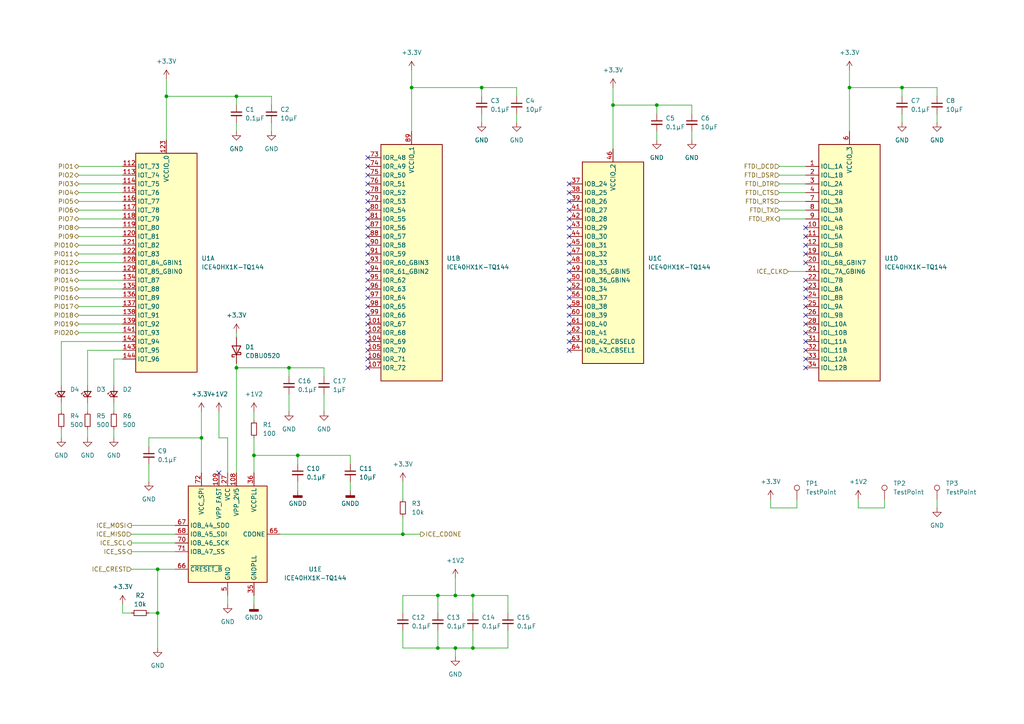
<source format=kicad_sch>
(kicad_sch (version 20230121) (generator eeschema)
  (paper "A4")
  (lib_symbols
    (symbol "Connector:TestPoint" (pin_numbers hide) (pin_names (offset 0.762) hide)
      (property "Reference" "TP" (at 0 6.858 0))
      (property "Value" "TestPoint" (at 0 5.08 0))
      (symbol "TestPoint_0_1"
        (circle (center 0 3.302) (radius 0.762))
      )
      (symbol "TestPoint_1_1"
        (pin passive line (at 0 0 90) (length 2.54) (name "1") (number "1"))
      )
    )
    (symbol "Device:C_Small" (pin_numbers hide) (pin_names (offset 0.254) hide)
      (property "Reference" "C" (at 0.254 1.778 0))
      (property "Value" "C_Small" (at 0.254 -2.032 0))
      (symbol "C_Small_0_1"
        (polyline (pts (xy -1.524 -0.508) (xy 1.524 -0.508)) (stroke (width 0.3302)))
        (polyline (pts (xy -1.524 0.508) (xy 1.524 0.508)) (stroke (width 0.3048)))
      )
      (symbol "C_Small_1_1"
        (pin passive line (at 0 2.54 270) (length 2.032) (name "~") (number "1"))
        (pin passive line (at 0 -2.54 90) (length 2.032) (name "~") (number "2"))
      )
    )
    (symbol "Device:LED_Small" (pin_numbers hide) (pin_names (offset 0.254) hide)
      (property "Reference" "D" (at -1.27 3.175 0))
      (property "Value" "LED_Small" (at -4.445 -2.54 0))
      (symbol "LED_Small_0_1"
        (polyline (pts (xy -0.762 -1.016) (xy -0.762 1.016)) (stroke (width 0.254)))
        (polyline (pts (xy 1.016 0) (xy -0.762 0)))
        (polyline (pts (xy 0.762 -1.016) (xy -0.762 0) (xy 0.762 1.016) (xy 0.762 -1.016)) (stroke (width 0.254)))
        (polyline (pts (xy 0 0.762) (xy -0.508 1.27) (xy -0.254 1.27) (xy -0.508 1.27) (xy -0.508 1.016)))
        (polyline (pts (xy 0.508 1.27) (xy 0 1.778) (xy 0.254 1.778) (xy 0 1.778) (xy 0 1.524)))
      )
      (symbol "LED_Small_1_1"
        (pin passive line (at -2.54 0 0) (length 1.778) (name "K") (number "1"))
        (pin passive line (at 2.54 0 180) (length 1.778) (name "A") (number "2"))
      )
    )
    (symbol "Device:R_Small" (pin_numbers hide) (pin_names (offset 0.254) hide)
      (property "Reference" "R" (at 0.762 0.508 0))
      (property "Value" "R_Small" (at 0.762 -1.016 0))
      (symbol "R_Small_0_1"
        (rectangle (start -0.762 1.778) (end 0.762 -1.778) (stroke (width 0.2032)))
      )
      (symbol "R_Small_1_1"
        (pin passive line (at 0 2.54 270) (length 0.762) (name "~") (number "1"))
        (pin passive line (at 0 -2.54 90) (length 0.762) (name "~") (number "2"))
      )
    )
    (symbol "Diode:CDBU40-HF" (pin_numbers hide) (pin_names hide)
      (property "Reference" "D" (at 0 2.54 0))
      (property "Value" "CDBU40-HF" (at 0 -2.54 0))
      (symbol "CDBU40-HF_0_1"
        (polyline (pts (xy 1.27 0) (xy -1.27 0)))
        (polyline (pts (xy 1.27 1.27) (xy 1.27 -1.27) (xy -1.27 0) (xy 1.27 1.27)) (stroke (width 0.254)))
        (polyline (pts (xy -1.905 0.635) (xy -1.905 1.27) (xy -1.27 1.27) (xy -1.27 -1.27) (xy -0.635 -1.27) (xy -0.635 -0.635)) (stroke (width 0.254)))
      )
      (symbol "CDBU40-HF_1_1"
        (pin passive line (at -3.81 0 0) (length 2.54) (name "K") (number "1"))
        (pin passive line (at 3.81 0 180) (length 2.54) (name "A") (number "2"))
      )
    )
    (symbol "FPGA_Lattice:ICE40HX1K-TQ144"
      (property "Reference" "U" (at -6.35 36.83 0))
      (property "Value" "ICE40HX1K-TQ144" (at 10.16 36.83 0))
      (symbol "ICE40HX1K-TQ144_1_1"
        (rectangle (start -8.89 31.75) (end 8.89 -31.75) (stroke (width 0.254)) (fill (type background)))
        (pin bidirectional line (at -12.7 27.94 0) (length 3.81) (name "IOT_73") (number "112"))
        (pin bidirectional line (at -12.7 25.4 0) (length 3.81) (name "IOT_74") (number "113"))
        (pin bidirectional line (at -12.7 22.86 0) (length 3.81) (name "IOT_75") (number "114"))
        (pin bidirectional line (at -12.7 20.32 0) (length 3.81) (name "IOT_76") (number "115"))
        (pin bidirectional line (at -12.7 17.78 0) (length 3.81) (name "IOT_77") (number "116"))
        (pin bidirectional line (at -12.7 15.24 0) (length 3.81) (name "IOT_78") (number "117"))
        (pin bidirectional line (at -12.7 12.7 0) (length 3.81) (name "IOT_79") (number "118"))
        (pin bidirectional line (at -12.7 10.16 0) (length 3.81) (name "IOT_80") (number "119"))
        (pin bidirectional line (at -12.7 7.62 0) (length 3.81) (name "IOT_81") (number "120"))
        (pin bidirectional line (at -12.7 5.08 0) (length 3.81) (name "IOT_82") (number "121"))
        (pin bidirectional line (at -12.7 2.54 0) (length 3.81) (name "IOT_83") (number "122"))
        (pin power_in line (at 0 35.56 270) (length 3.81) (name "VCCIO_0") (number "123"))
        (pin bidirectional line (at -12.7 0 0) (length 3.81) (name "IOT_84_GBIN1") (number "128"))
        (pin bidirectional line (at -12.7 -2.54 0) (length 3.81) (name "IOT_85_GBIN0") (number "129"))
        (pin passive line (at 0 35.56 270) (length 3.81) hide (name "VCCIO_0") (number "133"))
        (pin bidirectional line (at -12.7 -5.08 0) (length 3.81) (name "IOT_87") (number "134"))
        (pin bidirectional line (at -12.7 -7.62 0) (length 3.81) (name "IOT_88") (number "135"))
        (pin bidirectional line (at -12.7 -10.16 0) (length 3.81) (name "IOT_89") (number "136"))
        (pin bidirectional line (at -12.7 -12.7 0) (length 3.81) (name "IOT_90") (number "137"))
        (pin bidirectional line (at -12.7 -15.24 0) (length 3.81) (name "IOT_91") (number "138"))
        (pin bidirectional line (at -12.7 -17.78 0) (length 3.81) (name "IOT_92") (number "139"))
        (pin bidirectional line (at -12.7 -20.32 0) (length 3.81) (name "IOT_93") (number "141"))
        (pin bidirectional line (at -12.7 -22.86 0) (length 3.81) (name "IOT_94") (number "142"))
        (pin bidirectional line (at -12.7 -25.4 0) (length 3.81) (name "IOT_95") (number "143"))
        (pin bidirectional line (at -12.7 -27.94 0) (length 3.81) (name "IOT_96") (number "144"))
        (pin no_connect line (at 7.62 10.16 180) (length 3.81) hide (name "NC") (number "15"))
        (pin no_connect line (at 7.62 7.62 180) (length 3.81) hide (name "NC") (number "16"))
        (pin no_connect line (at 7.62 5.08 180) (length 3.81) hide (name "NC") (number "17"))
        (pin no_connect line (at 7.62 -7.62 180) (length 3.81) hide (name "NC") (number "18"))
        (pin no_connect line (at 7.62 -10.16 180) (length 3.81) hide (name "NC") (number "77"))
      )
      (symbol "ICE40HX1K-TQ144_2_1"
        (rectangle (start -8.89 34.29) (end 8.89 -34.29) (stroke (width 0.254)) (fill (type background)))
        (pin passive line (at 0 38.1 270) (length 3.81) hide (name "VCCIO_1") (number "100"))
        (pin bidirectional line (at -12.7 -17.78 0) (length 3.81) (name "IOR_67") (number "101"))
        (pin bidirectional line (at -12.7 -20.32 0) (length 3.81) (name "IOR_68") (number "102"))
        (pin bidirectional line (at -12.7 -22.86 0) (length 3.81) (name "IOR_69") (number "104"))
        (pin bidirectional line (at -12.7 -25.4 0) (length 3.81) (name "IOR_70") (number "105"))
        (pin bidirectional line (at -12.7 -27.94 0) (length 3.81) (name "IOR_71") (number "106"))
        (pin bidirectional line (at -12.7 -30.48 0) (length 3.81) (name "IOR_72") (number "107"))
        (pin no_connect line (at 7.62 10.16 180) (length 3.81) hide (name "NC") (number "40"))
        (pin no_connect line (at 7.62 7.62 180) (length 3.81) hide (name "NC") (number "53"))
        (pin no_connect line (at 7.62 5.08 180) (length 3.81) hide (name "NC") (number "54"))
        (pin no_connect line (at 7.62 -7.62 180) (length 3.81) hide (name "NC") (number "55"))
        (pin bidirectional line (at -12.7 30.48 0) (length 3.81) (name "IOR_48") (number "73"))
        (pin bidirectional line (at -12.7 27.94 0) (length 3.81) (name "IOR_49") (number "74"))
        (pin bidirectional line (at -12.7 25.4 0) (length 3.81) (name "IOR_50") (number "75"))
        (pin bidirectional line (at -12.7 22.86 0) (length 3.81) (name "IOR_51") (number "76"))
        (pin bidirectional line (at -12.7 20.32 0) (length 3.81) (name "IOR_52") (number "78"))
        (pin bidirectional line (at -12.7 17.78 0) (length 3.81) (name "IOR_53") (number "79"))
        (pin bidirectional line (at -12.7 15.24 0) (length 3.81) (name "IOR_54") (number "80"))
        (pin bidirectional line (at -12.7 12.7 0) (length 3.81) (name "IOR_55") (number "81"))
        (pin no_connect line (at 7.62 -10.16 180) (length 3.81) hide (name "NC") (number "82"))
        (pin bidirectional line (at -12.7 10.16 0) (length 3.81) (name "IOR_56") (number "87"))
        (pin bidirectional line (at -12.7 7.62 0) (length 3.81) (name "IOR_57") (number "88"))
        (pin power_in line (at 0 38.1 270) (length 3.81) (name "VCCIO_1") (number "89"))
        (pin bidirectional line (at -12.7 5.08 0) (length 3.81) (name "IOR_58") (number "90"))
        (pin bidirectional line (at -12.7 2.54 0) (length 3.81) (name "IOR_59") (number "91"))
        (pin bidirectional line (at -12.7 0 0) (length 3.81) (name "IOR_60_GBIN3") (number "93"))
        (pin bidirectional line (at -12.7 -2.54 0) (length 3.81) (name "IOR_61_GBIN2") (number "94"))
        (pin bidirectional line (at -12.7 -5.08 0) (length 3.81) (name "IOR_62") (number "95"))
        (pin bidirectional line (at -12.7 -7.62 0) (length 3.81) (name "IOR_63") (number "96"))
        (pin bidirectional line (at -12.7 -10.16 0) (length 3.81) (name "IOR_64") (number "97"))
        (pin bidirectional line (at -12.7 -12.7 0) (length 3.81) (name "IOR_65") (number "98"))
        (pin bidirectional line (at -12.7 -15.24 0) (length 3.81) (name "IOR_66") (number "99"))
      )
      (symbol "ICE40HX1K-TQ144_3_1"
        (rectangle (start -8.89 29.21) (end 8.89 -29.21) (stroke (width 0.254)) (fill (type background)))
        (pin no_connect line (at 7.62 -10.16 180) (length 3.81) hide (name "NC") (number "110"))
        (pin no_connect line (at 7.62 -17.78 180) (length 3.81) hide (name "NC") (number "124"))
        (pin bidirectional line (at -12.7 22.86 0) (length 3.81) (name "IOB_24") (number "37"))
        (pin bidirectional line (at -12.7 20.32 0) (length 3.81) (name "IOB_25") (number "38"))
        (pin bidirectional line (at -12.7 17.78 0) (length 3.81) (name "IOB_26") (number "39"))
        (pin bidirectional line (at -12.7 15.24 0) (length 3.81) (name "IOB_27") (number "41"))
        (pin bidirectional line (at -12.7 12.7 0) (length 3.81) (name "IOB_28") (number "42"))
        (pin bidirectional line (at -12.7 10.16 0) (length 3.81) (name "IOB_29") (number "43"))
        (pin bidirectional line (at -12.7 7.62 0) (length 3.81) (name "IOB_30") (number "44"))
        (pin bidirectional line (at -12.7 5.08 0) (length 3.81) (name "IOB_31") (number "45"))
        (pin power_in line (at 0 33.02 270) (length 3.81) (name "VCCIO_2") (number "46"))
        (pin bidirectional line (at -12.7 2.54 0) (length 3.81) (name "IOB_32") (number "47"))
        (pin bidirectional line (at -12.7 0 0) (length 3.81) (name "IOB_33") (number "48"))
        (pin bidirectional line (at -12.7 -2.54 0) (length 3.81) (name "IOB_35_GBIN5") (number "49"))
        (pin bidirectional line (at -12.7 -5.08 0) (length 3.81) (name "IOB_36_GBIN4") (number "50"))
        (pin bidirectional line (at -12.7 -7.62 0) (length 3.81) (name "IOB_34") (number "52"))
        (pin bidirectional line (at -12.7 -10.16 0) (length 3.81) (name "IOB_37") (number "56"))
        (pin passive line (at 0 33.02 270) (length 3.81) hide (name "VCCIO_2") (number "57"))
        (pin bidirectional line (at -12.7 -12.7 0) (length 3.81) (name "IOB_38") (number "58"))
        (pin bidirectional line (at -12.7 -15.24 0) (length 3.81) (name "IOB_39") (number "60"))
        (pin bidirectional line (at -12.7 -17.78 0) (length 3.81) (name "IOB_40") (number "61"))
        (pin bidirectional line (at -12.7 -20.32 0) (length 3.81) (name "IOB_41") (number "62"))
        (pin bidirectional line (at -12.7 -22.86 0) (length 3.81) (name "IOB_42_CBSEL0") (number "63"))
        (pin bidirectional line (at -12.7 -25.4 0) (length 3.81) (name "IOB_43_CBSEL1") (number "64"))
        (pin no_connect line (at 7.62 10.16 180) (length 3.81) hide (name "NC") (number "83"))
        (pin no_connect line (at 7.62 7.62 180) (length 3.81) hide (name "NC") (number "84"))
        (pin no_connect line (at 7.62 -12.7 180) (length 3.81) hide (name "NC") (number "85"))
      )
      (symbol "ICE40HX1K-TQ144_4_1"
        (rectangle (start -8.89 34.29) (end 8.89 -34.29) (stroke (width 0.254)) (fill (type background)))
        (pin bidirectional line (at -12.7 27.94 0) (length 3.81) (name "IOL_1A") (number "1"))
        (pin bidirectional line (at -12.7 10.16 0) (length 3.81) (name "IOL_4B") (number "10"))
        (pin bidirectional line (at -12.7 7.62 0) (length 3.81) (name "IOL_5A") (number "11"))
        (pin bidirectional line (at -12.7 5.08 0) (length 3.81) (name "IOL_5B") (number "12"))
        (pin no_connect line (at 7.62 10.16 180) (length 3.81) hide (name "NC") (number "125"))
        (pin no_connect line (at 7.62 7.62 180) (length 3.81) hide (name "NC") (number "126"))
        (pin no_connect line (at 7.62 5.08 180) (length 3.81) hide (name "NC") (number "127"))
        (pin no_connect line (at 7.62 -7.62 180) (length 3.81) hide (name "NC") (number "130"))
        (pin no_connect line (at 7.62 -10.16 180) (length 3.81) hide (name "NC") (number "131"))
        (pin bidirectional line (at -12.7 2.54 0) (length 3.81) (name "IOL_6A") (number "19"))
        (pin bidirectional line (at -12.7 25.4 0) (length 3.81) (name "IOL_1B") (number "2"))
        (pin bidirectional line (at -12.7 0 0) (length 3.81) (name "IOL_6B_GBIN7") (number "20"))
        (pin bidirectional line (at -12.7 -2.54 0) (length 3.81) (name "IOL_7A_GBIN6") (number "21"))
        (pin bidirectional line (at -12.7 -5.08 0) (length 3.81) (name "IOL_7B") (number "22"))
        (pin bidirectional line (at -12.7 -7.62 0) (length 3.81) (name "IOL_8A") (number "23"))
        (pin bidirectional line (at -12.7 -10.16 0) (length 3.81) (name "IOL_8B") (number "24"))
        (pin bidirectional line (at -12.7 -12.7 0) (length 3.81) (name "IOL_9A") (number "25"))
        (pin bidirectional line (at -12.7 -15.24 0) (length 3.81) (name "IOL_9B") (number "26"))
        (pin bidirectional line (at -12.7 -17.78 0) (length 3.81) (name "IOL_10A") (number "28"))
        (pin bidirectional line (at -12.7 -20.32 0) (length 3.81) (name "IOL_10B") (number "29"))
        (pin bidirectional line (at -12.7 22.86 0) (length 3.81) (name "IOL_2A") (number "3"))
        (pin passive line (at 0 38.1 270) (length 3.81) hide (name "VCCIO_3") (number "30"))
        (pin bidirectional line (at -12.7 -22.86 0) (length 3.81) (name "IOL_11A") (number "31"))
        (pin bidirectional line (at -12.7 -25.4 0) (length 3.81) (name "IOL_11B") (number "32"))
        (pin bidirectional line (at -12.7 -27.94 0) (length 3.81) (name "IOL_12A") (number "33"))
        (pin bidirectional line (at -12.7 -30.48 0) (length 3.81) (name "IOL_12B") (number "34"))
        (pin bidirectional line (at -12.7 20.32 0) (length 3.81) (name "IOL_2B") (number "4"))
        (pin power_in line (at 0 38.1 270) (length 3.81) (name "VCCIO_3") (number "6"))
        (pin bidirectional line (at -12.7 17.78 0) (length 3.81) (name "IOL_3A") (number "7"))
        (pin bidirectional line (at -12.7 15.24 0) (length 3.81) (name "IOL_3B") (number "8"))
        (pin bidirectional line (at -12.7 12.7 0) (length 3.81) (name "IOL_4A") (number "9"))
      )
      (symbol "ICE40HX1K-TQ144_5_1"
        (rectangle (start -11.43 13.97) (end 11.43 -13.97) (stroke (width 0.254)) (fill (type background)))
        (pin passive line (at 0 -17.78 90) (length 3.81) hide (name "GND") (number "103"))
        (pin power_in line (at 2.54 17.78 270) (length 3.81) (name "VPP_2V5") (number "108"))
        (pin power_in line (at -2.54 17.78 270) (length 3.81) (name "VPP_FAST") (number "109"))
        (pin passive line (at 0 17.78 270) (length 3.81) hide (name "VCC") (number "111"))
        (pin passive line (at 0 -17.78 90) (length 3.81) hide (name "GND") (number "13"))
        (pin passive line (at 0 -17.78 90) (length 3.81) hide (name "GND") (number "132"))
        (pin passive line (at 0 -17.78 90) (length 3.81) hide (name "GND") (number "14"))
        (pin passive line (at 0 -17.78 90) (length 3.81) hide (name "GND") (number "140"))
        (pin power_in line (at 0 17.78 270) (length 3.81) (name "VCC") (number "27"))
        (pin power_in line (at 7.62 -17.78 90) (length 3.81) (name "GNDPLL") (number "35"))
        (pin power_in line (at 7.62 17.78 270) (length 3.81) (name "VCCPLL") (number "36"))
        (pin power_in line (at 0 -17.78 90) (length 3.81) (name "GND") (number "5"))
        (pin passive line (at 0 17.78 270) (length 3.81) hide (name "VCC") (number "51"))
        (pin passive line (at 0 -17.78 90) (length 3.81) hide (name "GND") (number "59"))
        (pin open_collector line (at 15.24 0 180) (length 3.81) (name "CDONE") (number "65"))
        (pin input line (at -15.24 -10.16 0) (length 3.81) (name "~{CRESET_B}") (number "66"))
        (pin bidirectional line (at -15.24 2.54 0) (length 3.81) (name "IOB_44_SDO") (number "67"))
        (pin bidirectional line (at -15.24 0 0) (length 3.81) (name "IOB_45_SDI") (number "68"))
        (pin passive line (at 0 -17.78 90) (length 3.81) hide (name "GND") (number "69"))
        (pin bidirectional line (at -15.24 -2.54 0) (length 3.81) (name "IOB_46_SCK") (number "70"))
        (pin bidirectional line (at -15.24 -5.08 0) (length 3.81) (name "IOB_47_SS") (number "71"))
        (pin power_in line (at -7.62 17.78 270) (length 3.81) (name "VCC_SPI") (number "72"))
        (pin passive line (at 0 -17.78 90) (length 3.81) hide (name "GND") (number "86"))
        (pin passive line (at 0 17.78 270) (length 3.81) hide (name "VCC") (number "92"))
      )
    )
    (symbol "power:+1V2" (power) (pin_names (offset 0))
      (property "Value" "+1V2" (at 0 3.556 0))
      (symbol "+1V2_0_1"
        (polyline (pts (xy -0.762 1.27) (xy 0 2.54)))
        (polyline (pts (xy 0 0) (xy 0 2.54)))
        (polyline (pts (xy 0 2.54) (xy 0.762 1.27)))
      )
      (symbol "+1V2_1_1"
        (pin power_in line (at 0 0 90) (length 0) hide (name "+1V2") (number "1"))
      )
    )
    (symbol "power:+3.3V" (power) (pin_names (offset 0))
      (property "Value" "+3.3V" (at 0 3.556 0))
      (symbol "+3.3V_0_1"
        (polyline (pts (xy -0.762 1.27) (xy 0 2.54)))
        (polyline (pts (xy 0 0) (xy 0 2.54)))
        (polyline (pts (xy 0 2.54) (xy 0.762 1.27)))
      )
      (symbol "+3.3V_1_1"
        (pin power_in line (at 0 0 90) (length 0) hide (name "+3.3V") (number "1"))
      )
    )
    (symbol "power:GND" (power) (pin_names (offset 0))
      (property "Value" "GND" (at 0 -3.81 0))
      (symbol "GND_0_1"
        (polyline (pts (xy 0 0) (xy 0 -1.27) (xy 1.27 -1.27) (xy 0 -2.54) (xy -1.27 -1.27) (xy 0 -1.27)))
      )
      (symbol "GND_1_1"
        (pin power_in line (at 0 0 270) (length 0) hide (name "GND") (number "1"))
      )
    )
    (symbol "power:GNDD" (power) (pin_names (offset 0))
      (property "Value" "GNDD" (at 0 -3.175 0))
      (symbol "GNDD_0_1"
        (rectangle (start -1.27 -1.524) (end 1.27 -2.032) (stroke (width 0.254)) (fill (type outline)))
        (polyline (pts (xy 0 0) (xy 0 -1.524)))
      )
      (symbol "GNDD_1_1"
        (pin power_in line (at 0 0 270) (length 0) hide (name "GNDD") (number "1"))
      )
    )
  )
  (junction (at 58.42 127))
  (junction (at 190.5 30.48))
  (junction (at 119.38 25.4))
  (junction (at 127 187.96))
  (junction (at 261.62 25.4))
  (junction (at 68.58 106.68))
  (junction (at 246.38 25.4))
  (junction (at 86.36 132.08))
  (junction (at 73.66 132.08))
  (junction (at 127 172.72))
  (junction (at 45.72 165.1))
  (junction (at 137.16 187.96))
  (junction (at 177.8 30.48))
  (junction (at 132.08 187.96))
  (junction (at 45.72 177.8))
  (junction (at 116.84 154.94))
  (junction (at 137.16 172.72))
  (junction (at 132.08 172.72))
  (junction (at 68.58 27.94))
  (junction (at 139.7 25.4))
  (junction (at 83.82 106.68))
  (junction (at 48.26 27.94))
  (no_connect (at 165.1 101.6))
  (no_connect (at 106.68 45.72))
  (no_connect (at 165.1 88.9))
  (no_connect (at 165.1 53.34))
  (no_connect (at 106.68 66.04))
  (no_connect (at 106.68 58.42))
  (no_connect (at 165.1 60.96))
  (no_connect (at 165.1 68.58))
  (no_connect (at 165.1 55.88))
  (no_connect (at 165.1 76.2))
  (no_connect (at 233.68 76.2))
  (no_connect (at 106.68 101.6))
  (no_connect (at 63.5 137.16))
  (no_connect (at 233.68 83.82))
  (no_connect (at 233.68 91.44))
  (no_connect (at 165.1 86.36))
  (no_connect (at 165.1 81.28))
  (no_connect (at 106.68 73.66))
  (no_connect (at 165.1 83.82))
  (no_connect (at 106.68 63.5))
  (no_connect (at 106.68 81.28))
  (no_connect (at 106.68 104.14))
  (no_connect (at 233.68 66.04))
  (no_connect (at 233.68 68.58))
  (no_connect (at 106.68 60.96))
  (no_connect (at 106.68 78.74))
  (no_connect (at 233.68 86.36))
  (no_connect (at 106.68 106.68))
  (no_connect (at 106.68 93.98))
  (no_connect (at 165.1 66.04))
  (no_connect (at 165.1 63.5))
  (no_connect (at 233.68 104.14))
  (no_connect (at 106.68 53.34))
  (no_connect (at 165.1 73.66))
  (no_connect (at 233.68 73.66))
  (no_connect (at 165.1 96.52))
  (no_connect (at 165.1 93.98))
  (no_connect (at 106.68 55.88))
  (no_connect (at 106.68 76.2))
  (no_connect (at 165.1 99.06))
  (no_connect (at 165.1 91.44))
  (no_connect (at 106.68 88.9))
  (no_connect (at 233.68 93.98))
  (no_connect (at 233.68 88.9))
  (no_connect (at 233.68 96.52))
  (no_connect (at 106.68 96.52))
  (no_connect (at 233.68 106.68))
  (no_connect (at 106.68 99.06))
  (no_connect (at 106.68 91.44))
  (no_connect (at 165.1 71.12))
  (no_connect (at 106.68 71.12))
  (no_connect (at 233.68 71.12))
  (no_connect (at 106.68 83.82))
  (no_connect (at 233.68 101.6))
  (no_connect (at 165.1 58.42))
  (no_connect (at 233.68 81.28))
  (no_connect (at 165.1 78.74))
  (no_connect (at 233.68 99.06))
  (no_connect (at 106.68 50.8))
  (no_connect (at 106.68 86.36))
  (no_connect (at 106.68 68.58))
  (no_connect (at 106.68 48.26))
  (wire (pts (xy 38.1 165.1) (xy 45.72 165.1)))
  (wire (pts (xy 63.5 119.38) (xy 63.5 127)))
  (wire (pts (xy 226.06 50.8) (xy 233.68 50.8)))
  (wire (pts (xy 228.6 78.74) (xy 233.68 78.74)))
  (wire (pts (xy 45.72 165.1) (xy 45.72 177.8)))
  (wire (pts (xy 116.84 182.88) (xy 116.84 187.96)))
  (wire (pts (xy 25.4 124.46) (xy 25.4 127)))
  (wire (pts (xy 177.8 30.48) (xy 177.8 43.18)))
  (wire (pts (xy 271.78 33.02) (xy 271.78 35.56)))
  (wire (pts (xy 256.54 147.32) (xy 256.54 144.78)))
  (wire (pts (xy 223.52 147.32) (xy 231.14 147.32)))
  (wire (pts (xy 33.02 111.76) (xy 33.02 104.14)))
  (wire (pts (xy 119.38 20.32) (xy 119.38 25.4)))
  (wire (pts (xy 246.38 25.4) (xy 246.38 38.1)))
  (wire (pts (xy 81.28 154.94) (xy 116.84 154.94)))
  (wire (pts (xy 25.4 111.76) (xy 25.4 101.6)))
  (wire (pts (xy 116.84 177.8) (xy 116.84 172.72)))
  (wire (pts (xy 86.36 134.62) (xy 86.36 132.08)))
  (wire (pts (xy 73.66 127) (xy 73.66 132.08)))
  (wire (pts (xy 22.86 93.98) (xy 35.56 93.98)))
  (wire (pts (xy 200.66 30.48) (xy 190.5 30.48)))
  (wire (pts (xy 43.18 129.54) (xy 43.18 127)))
  (wire (pts (xy 200.66 38.1) (xy 200.66 40.64)))
  (wire (pts (xy 226.06 55.88) (xy 233.68 55.88)))
  (wire (pts (xy 116.84 187.96) (xy 127 187.96)))
  (wire (pts (xy 116.84 149.86) (xy 116.84 154.94)))
  (wire (pts (xy 22.86 66.04) (xy 35.56 66.04)))
  (wire (pts (xy 116.84 139.7) (xy 116.84 144.78)))
  (wire (pts (xy 132.08 187.96) (xy 132.08 190.5)))
  (wire (pts (xy 101.6 132.08) (xy 101.6 134.62)))
  (wire (pts (xy 190.5 30.48) (xy 190.5 33.02)))
  (wire (pts (xy 223.52 144.78) (xy 223.52 147.32)))
  (wire (pts (xy 22.86 76.2) (xy 35.56 76.2)))
  (wire (pts (xy 248.92 144.78) (xy 248.92 147.32)))
  (wire (pts (xy 177.8 25.4) (xy 177.8 30.48)))
  (wire (pts (xy 139.7 33.02) (xy 139.7 35.56)))
  (wire (pts (xy 246.38 20.32) (xy 246.38 25.4)))
  (wire (pts (xy 22.86 60.96) (xy 35.56 60.96)))
  (wire (pts (xy 68.58 106.68) (xy 83.82 106.68)))
  (wire (pts (xy 190.5 38.1) (xy 190.5 40.64)))
  (wire (pts (xy 139.7 25.4) (xy 139.7 27.94)))
  (wire (pts (xy 83.82 106.68) (xy 93.98 106.68)))
  (wire (pts (xy 137.16 187.96) (xy 132.08 187.96)))
  (wire (pts (xy 68.58 27.94) (xy 48.26 27.94)))
  (wire (pts (xy 231.14 147.32) (xy 231.14 144.78)))
  (wire (pts (xy 226.06 63.5) (xy 233.68 63.5)))
  (wire (pts (xy 22.86 81.28) (xy 35.56 81.28)))
  (wire (pts (xy 137.16 172.72) (xy 147.32 172.72)))
  (wire (pts (xy 226.06 48.26) (xy 233.68 48.26)))
  (wire (pts (xy 127 182.88) (xy 127 187.96)))
  (wire (pts (xy 226.06 53.34) (xy 233.68 53.34)))
  (wire (pts (xy 38.1 152.4) (xy 50.8 152.4)))
  (wire (pts (xy 86.36 132.08) (xy 101.6 132.08)))
  (wire (pts (xy 45.72 177.8) (xy 45.72 187.96)))
  (wire (pts (xy 22.86 88.9) (xy 35.56 88.9)))
  (wire (pts (xy 58.42 127) (xy 58.42 137.16)))
  (wire (pts (xy 22.86 55.88) (xy 35.56 55.88)))
  (wire (pts (xy 35.56 177.8) (xy 38.1 177.8)))
  (wire (pts (xy 66.04 127) (xy 66.04 137.16)))
  (wire (pts (xy 43.18 127) (xy 58.42 127)))
  (wire (pts (xy 25.4 101.6) (xy 35.56 101.6)))
  (wire (pts (xy 73.66 132.08) (xy 73.66 137.16)))
  (wire (pts (xy 190.5 30.48) (xy 177.8 30.48)))
  (wire (pts (xy 116.84 154.94) (xy 121.92 154.94)))
  (wire (pts (xy 83.82 114.3) (xy 83.82 119.38)))
  (wire (pts (xy 22.86 63.5) (xy 35.56 63.5)))
  (wire (pts (xy 271.78 25.4) (xy 261.62 25.4)))
  (wire (pts (xy 137.16 182.88) (xy 137.16 187.96)))
  (wire (pts (xy 119.38 25.4) (xy 119.38 38.1)))
  (wire (pts (xy 17.78 99.06) (xy 17.78 111.76)))
  (wire (pts (xy 63.5 127) (xy 66.04 127)))
  (wire (pts (xy 147.32 172.72) (xy 147.32 177.8)))
  (wire (pts (xy 127 172.72) (xy 132.08 172.72)))
  (wire (pts (xy 68.58 106.68) (xy 68.58 137.16)))
  (wire (pts (xy 38.1 160.02) (xy 50.8 160.02)))
  (wire (pts (xy 132.08 172.72) (xy 132.08 167.64)))
  (wire (pts (xy 22.86 68.58) (xy 35.56 68.58)))
  (wire (pts (xy 248.92 147.32) (xy 256.54 147.32)))
  (wire (pts (xy 22.86 73.66) (xy 35.56 73.66)))
  (wire (pts (xy 38.1 157.48) (xy 50.8 157.48)))
  (wire (pts (xy 78.74 27.94) (xy 78.74 30.48)))
  (wire (pts (xy 33.02 104.14) (xy 35.56 104.14)))
  (wire (pts (xy 271.78 144.78) (xy 271.78 147.32)))
  (wire (pts (xy 33.02 124.46) (xy 33.02 127)))
  (wire (pts (xy 68.58 35.56) (xy 68.58 38.1)))
  (wire (pts (xy 132.08 172.72) (xy 137.16 172.72)))
  (wire (pts (xy 149.86 25.4) (xy 139.7 25.4)))
  (wire (pts (xy 35.56 99.06) (xy 17.78 99.06)))
  (wire (pts (xy 261.62 33.02) (xy 261.62 35.56)))
  (wire (pts (xy 200.66 30.48) (xy 200.66 33.02)))
  (wire (pts (xy 17.78 124.46) (xy 17.78 127)))
  (wire (pts (xy 22.86 86.36) (xy 35.56 86.36)))
  (wire (pts (xy 149.86 33.02) (xy 149.86 35.56)))
  (wire (pts (xy 93.98 109.22) (xy 93.98 106.68)))
  (wire (pts (xy 78.74 35.56) (xy 78.74 38.1)))
  (wire (pts (xy 139.7 25.4) (xy 119.38 25.4)))
  (wire (pts (xy 147.32 187.96) (xy 137.16 187.96)))
  (wire (pts (xy 25.4 116.84) (xy 25.4 119.38)))
  (wire (pts (xy 22.86 83.82) (xy 35.56 83.82)))
  (wire (pts (xy 22.86 58.42) (xy 35.56 58.42)))
  (wire (pts (xy 147.32 182.88) (xy 147.32 187.96)))
  (wire (pts (xy 48.26 27.94) (xy 48.26 40.64)))
  (wire (pts (xy 226.06 58.42) (xy 233.68 58.42)))
  (wire (pts (xy 78.74 27.94) (xy 68.58 27.94)))
  (wire (pts (xy 271.78 25.4) (xy 271.78 27.94)))
  (wire (pts (xy 68.58 27.94) (xy 68.58 30.48)))
  (wire (pts (xy 83.82 109.22) (xy 83.82 106.68)))
  (wire (pts (xy 86.36 139.7) (xy 86.36 142.24)))
  (wire (pts (xy 17.78 116.84) (xy 17.78 119.38)))
  (wire (pts (xy 127 172.72) (xy 127 177.8)))
  (wire (pts (xy 149.86 25.4) (xy 149.86 27.94)))
  (wire (pts (xy 22.86 91.44) (xy 35.56 91.44)))
  (wire (pts (xy 43.18 134.62) (xy 43.18 139.7)))
  (wire (pts (xy 48.26 22.86) (xy 48.26 27.94)))
  (wire (pts (xy 73.66 119.38) (xy 73.66 121.92)))
  (wire (pts (xy 86.36 132.08) (xy 73.66 132.08)))
  (wire (pts (xy 226.06 60.96) (xy 233.68 60.96)))
  (wire (pts (xy 261.62 25.4) (xy 261.62 27.94)))
  (wire (pts (xy 137.16 172.72) (xy 137.16 177.8)))
  (wire (pts (xy 73.66 172.72) (xy 73.66 175.26)))
  (wire (pts (xy 101.6 139.7) (xy 101.6 142.24)))
  (wire (pts (xy 22.86 71.12) (xy 35.56 71.12)))
  (wire (pts (xy 66.04 172.72) (xy 66.04 175.26)))
  (wire (pts (xy 38.1 154.94) (xy 50.8 154.94)))
  (wire (pts (xy 35.56 175.26) (xy 35.56 177.8)))
  (wire (pts (xy 43.18 177.8) (xy 45.72 177.8)))
  (wire (pts (xy 68.58 105.41) (xy 68.58 106.68)))
  (wire (pts (xy 33.02 116.84) (xy 33.02 119.38)))
  (wire (pts (xy 45.72 165.1) (xy 50.8 165.1)))
  (wire (pts (xy 116.84 172.72) (xy 127 172.72)))
  (wire (pts (xy 68.58 96.52) (xy 68.58 97.79)))
  (wire (pts (xy 22.86 53.34) (xy 35.56 53.34)))
  (wire (pts (xy 261.62 25.4) (xy 246.38 25.4)))
  (wire (pts (xy 22.86 78.74) (xy 35.56 78.74)))
  (wire (pts (xy 58.42 119.38) (xy 58.42 127)))
  (wire (pts (xy 93.98 114.3) (xy 93.98 119.38)))
  (wire (pts (xy 127 187.96) (xy 132.08 187.96)))
  (wire (pts (xy 22.86 48.26) (xy 35.56 48.26)))
  (wire (pts (xy 22.86 96.52) (xy 35.56 96.52)))
  (wire (pts (xy 22.86 50.8) (xy 35.56 50.8)))
  (hierarchical_label "PIO6" (shape bidirectional) (at 22.86 60.96 180))
  (hierarchical_label "PIO9" (shape bidirectional) (at 22.86 68.58 180))
  (hierarchical_label "PIO3" (shape bidirectional) (at 22.86 53.34 180))
  (hierarchical_label "FTDI_RX" (shape output) (at 226.06 63.5 180))
  (hierarchical_label "ICE_MISO" (shape input) (at 38.1 154.94 180))
  (hierarchical_label "FTDI_DTR" (shape input) (at 226.06 53.34 180))
  (hierarchical_label "PIO13" (shape bidirectional) (at 22.86 78.74 180))
  (hierarchical_label "PIO1" (shape bidirectional) (at 22.86 48.26 180))
  (hierarchical_label "PIO4" (shape bidirectional) (at 22.86 55.88 180))
  (hierarchical_label "ICE_CREST" (shape input) (at 38.1 165.1 180))
  (hierarchical_label "PIO2" (shape bidirectional) (at 22.86 50.8 180))
  (hierarchical_label "PIO17" (shape bidirectional) (at 22.86 88.9 180))
  (hierarchical_label "FTDI_CTS" (shape input) (at 226.06 55.88 180))
  (hierarchical_label "PIO5" (shape bidirectional) (at 22.86 58.42 180))
  (hierarchical_label "ICE_CDONE" (shape output) (at 121.92 154.94 0))
  (hierarchical_label "PIO18" (shape bidirectional) (at 22.86 91.44 180))
  (hierarchical_label "PIO10" (shape bidirectional) (at 22.86 71.12 180))
  (hierarchical_label "FTDI_RTS" (shape input) (at 226.06 58.42 180))
  (hierarchical_label "PIO19" (shape bidirectional) (at 22.86 93.98 180))
  (hierarchical_label "PIO20" (shape bidirectional) (at 22.86 96.52 180))
  (hierarchical_label "ICE_MOSI" (shape output) (at 38.1 152.4 180))
  (hierarchical_label "ICE_SCL" (shape output) (at 38.1 157.48 180))
  (hierarchical_label "PIO12" (shape bidirectional) (at 22.86 76.2 180))
  (hierarchical_label "ICE_CLK" (shape input) (at 228.6 78.74 180))
  (hierarchical_label "PIO15" (shape bidirectional) (at 22.86 83.82 180))
  (hierarchical_label "PIO8" (shape bidirectional) (at 22.86 66.04 180))
  (hierarchical_label "PIO7" (shape bidirectional) (at 22.86 63.5 180))
  (hierarchical_label "PIO11" (shape bidirectional) (at 22.86 73.66 180))
  (hierarchical_label "PIO16" (shape bidirectional) (at 22.86 86.36 180))
  (hierarchical_label "FTDI_DCD" (shape input) (at 226.06 48.26 180))
  (hierarchical_label "FTDI_DSR" (shape input) (at 226.06 50.8 180))
  (hierarchical_label "FTDI_TX" (shape input) (at 226.06 60.96 180))
  (hierarchical_label "PIO14" (shape bidirectional) (at 22.86 81.28 180))
  (hierarchical_label "ICE_SS" (shape output) (at 38.1 160.02 180))
  (symbol (lib_id "FPGA_Lattice:ICE40HX1K-TQ144") (at 119.38 76.2 0) (unit 2)
    (property "Reference" "U1" (at 129.54 74.93 0) (effects (justify left)))
    (property "Value" "ICE40HX1K-TQ144" (at 129.54 77.47 0) (effects (justify left)))
    (property "Footprint" "Package_QFP:TQFP-144_20x20mm_P0.5mm" (effects hide))
    (property "Datasheet" "http://www.latticesemi.com/Products/FPGAandCPLD/iCE40" (effects hide))
  )
  (symbol (lib_id "power:+3.3V") (at 48.26 22.86 0) (unit 1)
    (property "Reference" "#PWR02" (effects hide))
    (property "Value" "+3.3V" (at 48.26 17.78 0))
  )
  (symbol (lib_id "power:+3.3V") (at 246.38 20.32 0) (unit 1)
    (property "Reference" "#PWR010" (effects hide))
    (property "Value" "+3.3V" (at 246.38 15.24 0))
  )
  (symbol (lib_id "Device:LED_Small") (at 25.4 114.3 90) (unit 1)
    (property "Reference" "D3" (at 27.94 112.9665 90) (effects (justify right)))
    (property "Value" "LED_Small" (effects hide))
    (property "Footprint" "LED_SMD:LED_0603_1608Metric" (effects hide))
  )
  (symbol (lib_id "power:GND") (at 261.62 35.56 0) (unit 1)
    (property "Reference" "#PWR011" (effects hide))
    (property "Value" "GND" (at 261.62 40.64 0))
  )
  (symbol (lib_id "Device:R_Small") (at 40.64 177.8 90) (unit 1)
    (property "Reference" "R2" (at 40.64 172.72 90))
    (property "Value" "10k" (at 40.64 175.26 90))
    (property "Footprint" "Resistor_SMD:R_0603_1608Metric" (effects hide))
  )
  (symbol (lib_id "power:GND") (at 149.86 35.56 0) (unit 1)
    (property "Reference" "#PWR06" (effects hide))
    (property "Value" "GND" (at 149.86 40.64 0))
  )
  (symbol (lib_id "power:GNDD") (at 86.36 142.24 0) (unit 1)
    (property "Reference" "#PWR018" (effects hide))
    (property "Value" "GNDD" (at 86.36 146.05 0))
  )
  (symbol (lib_id "Device:C_Small") (at 116.84 180.34 0) (unit 1)
    (property "Reference" "C12" (at 119.38 179.0763 0) (effects (justify left)))
    (property "Value" "0.1µF" (at 119.38 181.6163 0) (effects (justify left)))
  )
  (symbol (lib_id "power:+3.3V") (at 58.42 119.38 0) (unit 1)
    (property "Reference" "#PWR013" (effects hide))
    (property "Value" "+3.3V" (at 58.42 114.3 0))
  )
  (symbol (lib_id "power:GND") (at 45.72 187.96 0) (unit 1)
    (property "Reference" "#PWR023" (effects hide))
    (property "Value" "GND" (at 45.72 193.04 0))
  )
  (symbol (lib_id "Device:R_Small") (at 25.4 121.92 0) (unit 1)
    (property "Reference" "R5" (at 27.94 120.65 0) (effects (justify left)))
    (property "Value" "500" (at 27.94 123.19 0) (effects (justify left)))
    (property "Footprint" "Resistor_SMD:R_0603_1608Metric" (effects hide))
  )
  (symbol (lib_id "power:+1V2") (at 132.08 167.64 0) (unit 1)
    (property "Reference" "#PWR031" (effects hide))
    (property "Value" "+1V2" (at 132.08 162.56 0))
  )
  (symbol (lib_id "Device:C_Small") (at 190.5 35.56 0) (unit 1)
    (property "Reference" "C5" (at 193.04 34.2963 0) (effects (justify left)))
    (property "Value" "0.1µF" (at 193.04 36.8363 0) (effects (justify left)))
    (property "Footprint" "Capacitor_SMD:C_0603_1608Metric" (effects hide))
  )
  (symbol (lib_id "Device:C_Small") (at 43.18 132.08 0) (unit 1)
    (property "Reference" "C9" (at 45.72 130.8163 0) (effects (justify left)))
    (property "Value" "0.1µF" (at 45.72 133.3563 0) (effects (justify left)))
    (property "Footprint" "Capacitor_SMD:C_0603_1608Metric" (effects hide))
  )
  (symbol (lib_id "Device:C_Small") (at 93.98 111.76 0) (unit 1)
    (property "Reference" "C17" (at 96.52 110.4963 0) (effects (justify left)))
    (property "Value" "1µF" (at 96.52 113.0363 0) (effects (justify left)))
    (property "Footprint" "Capacitor_SMD:C_0603_1608Metric" (effects hide))
  )
  (symbol (lib_id "Device:C_Small") (at 261.62 30.48 0) (unit 1)
    (property "Reference" "C7" (at 264.16 29.2163 0) (effects (justify left)))
    (property "Value" "0.1µF" (at 264.16 31.7563 0) (effects (justify left)))
    (property "Footprint" "Capacitor_SMD:C_0603_1608Metric" (effects hide))
  )
  (symbol (lib_id "FPGA_Lattice:ICE40HX1K-TQ144") (at 48.26 76.2 0) (unit 1)
    (property "Reference" "U1" (at 58.42 74.93 0) (effects (justify left)))
    (property "Value" "ICE40HX1K-TQ144" (at 58.42 77.47 0) (effects (justify left)))
    (property "Footprint" "Package_QFP:TQFP-144_20x20mm_P0.5mm" (effects hide))
    (property "Datasheet" "http://www.latticesemi.com/Products/FPGAandCPLD/iCE40" (effects hide))
  )
  (symbol (lib_id "power:GND") (at 139.7 35.56 0) (unit 1)
    (property "Reference" "#PWR05" (effects hide))
    (property "Value" "GND" (at 139.7 40.64 0))
  )
  (symbol (lib_id "FPGA_Lattice:ICE40HX1K-TQ144") (at 246.38 76.2 0) (unit 4)
    (property "Reference" "U1" (at 256.54 74.93 0) (effects (justify left)))
    (property "Value" "ICE40HX1K-TQ144" (at 256.54 77.47 0) (effects (justify left)))
    (property "Footprint" "Package_QFP:TQFP-144_20x20mm_P0.5mm" (effects hide))
    (property "Datasheet" "http://www.latticesemi.com/Products/FPGAandCPLD/iCE40" (effects hide))
  )
  (symbol (lib_id "power:GND") (at 190.5 40.64 0) (unit 1)
    (property "Reference" "#PWR08" (effects hide))
    (property "Value" "GND" (at 190.5 45.72 0))
  )
  (symbol (lib_id "Device:C_Small") (at 147.32 180.34 0) (unit 1)
    (property "Reference" "C15" (at 149.86 179.0763 0) (effects (justify left)))
    (property "Value" "0.1µF" (at 149.86 181.6163 0) (effects (justify left)))
  )
  (symbol (lib_id "power:GND") (at 93.98 119.38 0) (unit 1)
    (property "Reference" "#PWR034" (effects hide))
    (property "Value" "GND" (at 93.98 124.46 0))
  )
  (symbol (lib_id "Connector:TestPoint") (at 231.14 144.78 0) (unit 1)
    (property "Reference" "TP1" (at 233.68 140.208 0) (effects (justify left)))
    (property "Value" "TestPoint" (at 233.68 142.748 0) (effects (justify left)))
    (property "Footprint" "TestPoint:TestPoint_Bridge_Pitch2.54mm_Drill1.0mm" (effects hide))
  )
  (symbol (lib_id "Device:C_Small") (at 200.66 35.56 0) (unit 1)
    (property "Reference" "C6" (at 203.2 34.2963 0) (effects (justify left)))
    (property "Value" "10µF" (at 203.2 36.8363 0) (effects (justify left)))
    (property "Footprint" "Capacitor_SMD:C_0603_1608Metric" (effects hide))
  )
  (symbol (lib_id "Device:C_Small") (at 83.82 111.76 0) (unit 1)
    (property "Reference" "C16" (at 86.36 110.4963 0) (effects (justify left)))
    (property "Value" "0.1µF" (at 86.36 113.0363 0) (effects (justify left)))
    (property "Footprint" "Capacitor_SMD:C_0603_1608Metric" (effects hide))
  )
  (symbol (lib_id "FPGA_Lattice:ICE40HX1K-TQ144") (at 66.04 154.94 0) (unit 5)
    (property "Reference" "U1" (at 91.44 165.1 0))
    (property "Value" "ICE40HX1K-TQ144" (at 91.44 167.64 0))
    (property "Footprint" "Package_QFP:TQFP-144_20x20mm_P0.5mm" (effects hide))
    (property "Datasheet" "http://www.latticesemi.com/Products/FPGAandCPLD/iCE40" (effects hide))
  )
  (symbol (lib_id "power:GND") (at 43.18 139.7 0) (unit 1)
    (property "Reference" "#PWR014" (effects hide))
    (property "Value" "GND" (at 43.18 144.78 0))
  )
  (symbol (lib_id "Device:R_Small") (at 17.78 121.92 0) (unit 1)
    (property "Reference" "R4" (at 20.32 120.65 0) (effects (justify left)))
    (property "Value" "500" (at 20.32 123.19 0) (effects (justify left)))
    (property "Footprint" "Resistor_SMD:R_0603_1608Metric" (effects hide))
  )
  (symbol (lib_id "power:GND") (at 68.58 38.1 0) (unit 1)
    (property "Reference" "#PWR01" (effects hide))
    (property "Value" "GND" (at 68.58 43.18 0))
  )
  (symbol (lib_id "Device:C_Small") (at 137.16 180.34 0) (unit 1)
    (property "Reference" "C14" (at 139.7 179.0763 0) (effects (justify left)))
    (property "Value" "0.1µF" (at 139.7 181.6163 0) (effects (justify left)))
  )
  (symbol (lib_id "power:+1V2") (at 73.66 119.38 0) (unit 1)
    (property "Reference" "#PWR017" (effects hide))
    (property "Value" "+1V2" (at 73.66 114.3 0))
  )
  (symbol (lib_id "power:GND") (at 17.78 127 0) (unit 1)
    (property "Reference" "#PWR025" (effects hide))
    (property "Value" "GND" (at 17.78 132.08 0))
  )
  (symbol (lib_id "power:GNDD") (at 73.66 175.26 0) (unit 1)
    (property "Reference" "#PWR016" (effects hide))
    (property "Value" "GNDD" (at 73.66 179.07 0))
  )
  (symbol (lib_id "Device:R_Small") (at 73.66 124.46 0) (unit 1)
    (property "Reference" "R1" (at 76.2 123.19 0) (effects (justify left)))
    (property "Value" "100" (at 76.2 125.73 0) (effects (justify left)))
    (property "Footprint" "Resistor_SMD:R_0603_1608Metric" (effects hide))
  )
  (symbol (lib_id "Device:LED_Small") (at 33.02 114.3 90) (unit 1)
    (property "Reference" "D2" (at 35.56 112.9665 90) (effects (justify right)))
    (property "Value" "LED_Small" (effects hide))
    (property "Footprint" "LED_SMD:LED_0603_1608Metric" (effects hide))
  )
  (symbol (lib_id "Device:C_Small") (at 101.6 137.16 0) (unit 1)
    (property "Reference" "C11" (at 104.14 135.8963 0) (effects (justify left)))
    (property "Value" "10µF" (at 104.14 138.4363 0) (effects (justify left)))
    (property "Footprint" "Capacitor_SMD:C_0603_1608Metric" (effects hide))
  )
  (symbol (lib_id "FPGA_Lattice:ICE40HX1K-TQ144") (at 177.8 76.2 0) (unit 3)
    (property "Reference" "U1" (at 187.96 74.93 0) (effects (justify left)))
    (property "Value" "ICE40HX1K-TQ144" (at 187.96 77.47 0) (effects (justify left)))
    (property "Footprint" "Package_QFP:TQFP-144_20x20mm_P0.5mm" (effects hide))
    (property "Datasheet" "http://www.latticesemi.com/Products/FPGAandCPLD/iCE40" (effects hide))
  )
  (symbol (lib_id "Device:C_Small") (at 86.36 137.16 0) (unit 1)
    (property "Reference" "C10" (at 88.9 135.8963 0) (effects (justify left)))
    (property "Value" "0.1µF" (at 88.9 138.4363 0) (effects (justify left)))
    (property "Footprint" "Capacitor_SMD:C_0603_1608Metric" (effects hide))
  )
  (symbol (lib_id "power:+3.3V") (at 116.84 139.7 0) (unit 1)
    (property "Reference" "#PWR024" (effects hide))
    (property "Value" "+3.3V" (at 116.84 134.62 0))
  )
  (symbol (lib_id "power:GND") (at 132.08 190.5 0) (unit 1)
    (property "Reference" "#PWR032" (effects hide))
    (property "Value" "GND" (at 132.08 195.58 0))
  )
  (symbol (lib_id "power:GND") (at 66.04 175.26 0) (unit 1)
    (property "Reference" "#PWR015" (effects hide))
    (property "Value" "GND" (at 66.04 180.34 0))
  )
  (symbol (lib_id "Device:C_Small") (at 271.78 30.48 0) (unit 1)
    (property "Reference" "C8" (at 274.32 29.2163 0) (effects (justify left)))
    (property "Value" "10µF" (at 274.32 31.7563 0) (effects (justify left)))
    (property "Footprint" "Capacitor_SMD:C_0603_1608Metric" (effects hide))
  )
  (symbol (lib_id "power:GND") (at 271.78 35.56 0) (unit 1)
    (property "Reference" "#PWR012" (effects hide))
    (property "Value" "GND" (at 271.78 40.64 0))
  )
  (symbol (lib_id "Diode:CDBU40-HF") (at 68.58 101.6 90) (unit 1)
    (property "Reference" "D1" (at 71.12 100.6475 90) (effects (justify right)))
    (property "Value" "CDBU0520" (at 71.12 103.1875 90) (effects (justify right)))
    (property "Footprint" "Diode_SMD:D_0603_1608Metric" (effects hide))
    (property "Datasheet" "https://www.mouser.de/ProductDetail/Comchip-Technology/CDBU0520?qs=QrYNfmA0esYvGSGDalbccA%3D%3D" (effects hide))
  )
  (symbol (lib_id "power:GND") (at 25.4 127 0) (unit 1)
    (property "Reference" "#PWR026" (effects hide))
    (property "Value" "GND" (at 25.4 132.08 0))
  )
  (symbol (lib_id "Connector:TestPoint") (at 256.54 144.78 0) (unit 1)
    (property "Reference" "TP2" (at 259.08 140.208 0) (effects (justify left)))
    (property "Value" "TestPoint" (at 259.08 142.748 0) (effects (justify left)))
    (property "Footprint" "TestPoint:TestPoint_Bridge_Pitch2.54mm_Drill1.0mm" (effects hide))
  )
  (symbol (lib_id "Connector:TestPoint") (at 271.78 144.78 0) (unit 1)
    (property "Reference" "TP3" (at 274.32 140.208 0) (effects (justify left)))
    (property "Value" "TestPoint" (at 274.32 142.748 0) (effects (justify left)))
    (property "Footprint" "TestPoint:TestPoint_Bridge_Pitch2.54mm_Drill1.0mm" (effects hide))
  )
  (symbol (lib_id "power:GND") (at 78.74 38.1 0) (unit 1)
    (property "Reference" "#PWR03" (effects hide))
    (property "Value" "GND" (at 78.74 43.18 0))
  )
  (symbol (lib_id "power:GNDD") (at 101.6 142.24 0) (unit 1)
    (property "Reference" "#PWR019" (effects hide))
    (property "Value" "GNDD" (at 101.6 146.05 0))
  )
  (symbol (lib_id "Device:C_Small") (at 149.86 30.48 0) (unit 1)
    (property "Reference" "C4" (at 152.4 29.2163 0) (effects (justify left)))
    (property "Value" "10µF" (at 152.4 31.7563 0) (effects (justify left)))
    (property "Footprint" "Capacitor_SMD:C_0603_1608Metric" (effects hide))
  )
  (symbol (lib_id "power:+3.3V") (at 177.8 25.4 0) (unit 1)
    (property "Reference" "#PWR07" (effects hide))
    (property "Value" "+3.3V" (at 177.8 20.32 0))
  )
  (symbol (lib_id "Device:C_Small") (at 139.7 30.48 0) (unit 1)
    (property "Reference" "C3" (at 142.24 29.2163 0) (effects (justify left)))
    (property "Value" "0.1µF" (at 142.24 31.7563 0) (effects (justify left)))
    (property "Footprint" "Capacitor_SMD:C_0603_1608Metric" (effects hide))
  )
  (symbol (lib_id "power:+1V2") (at 63.5 119.38 0) (unit 1)
    (property "Reference" "#PWR020" (effects hide))
    (property "Value" "+1V2" (at 63.5 114.3 0))
  )
  (symbol (lib_id "Device:R_Small") (at 116.84 147.32 180) (unit 1)
    (property "Reference" "R3" (at 119.38 146.05 0) (effects (justify right)))
    (property "Value" "10k" (at 119.38 148.59 0) (effects (justify right)))
    (property "Footprint" "Resistor_SMD:R_0603_1608Metric" (effects hide))
  )
  (symbol (lib_id "power:GND") (at 271.78 147.32 0) (unit 1)
    (property "Reference" "#PWR030" (effects hide))
    (property "Value" "GND" (at 271.78 152.4 0))
  )
  (symbol (lib_id "Device:C_Small") (at 127 180.34 0) (unit 1)
    (property "Reference" "C13" (at 129.54 179.0763 0) (effects (justify left)))
    (property "Value" "0.1µF" (at 129.54 181.6163 0) (effects (justify left)))
  )
  (symbol (lib_id "power:+1V2") (at 248.92 144.78 0) (unit 1)
    (property "Reference" "#PWR029" (effects hide))
    (property "Value" "+1V2" (at 248.92 139.7 0))
  )
  (symbol (lib_id "power:+3.3V") (at 223.52 144.78 0) (unit 1)
    (property "Reference" "#PWR028" (effects hide))
    (property "Value" "+3.3V" (at 223.52 139.7 0))
  )
  (symbol (lib_id "power:+3.3V") (at 119.38 20.32 0) (unit 1)
    (property "Reference" "#PWR04" (effects hide))
    (property "Value" "+3.3V" (at 119.38 15.24 0))
  )
  (symbol (lib_id "Device:LED_Small") (at 17.78 114.3 90) (unit 1)
    (property "Reference" "D4" (at 20.32 112.9665 90) (effects (justify right)))
    (property "Value" "LED_Small" (effects hide))
    (property "Footprint" "LED_SMD:LED_0603_1608Metric" (effects hide))
  )
  (symbol (lib_id "power:GND") (at 200.66 40.64 0) (unit 1)
    (property "Reference" "#PWR09" (effects hide))
    (property "Value" "GND" (at 200.66 45.72 0))
  )
  (symbol (lib_id "Device:C_Small") (at 78.74 33.02 0) (unit 1)
    (property "Reference" "C2" (at 81.28 31.7563 0) (effects (justify left)))
    (property "Value" "10µF" (at 81.28 34.2963 0) (effects (justify left)))
    (property "Footprint" "Capacitor_SMD:C_0603_1608Metric" (effects hide))
  )
  (symbol (lib_id "power:+3.3V") (at 68.58 96.52 0) (unit 1)
    (property "Reference" "#PWR021" (effects hide))
    (property "Value" "+3.3V" (at 68.58 91.44 0))
  )
  (symbol (lib_id "power:GND") (at 83.82 119.38 0) (unit 1)
    (property "Reference" "#PWR033" (effects hide))
    (property "Value" "GND" (at 83.82 124.46 0))
  )
  (symbol (lib_id "power:+3.3V") (at 35.56 175.26 0) (unit 1)
    (property "Reference" "#PWR022" (effects hide))
    (property "Value" "+3.3V" (at 35.56 170.18 0))
  )
  (symbol (lib_id "power:GND") (at 33.02 127 0) (unit 1)
    (property "Reference" "#PWR027" (effects hide))
    (property "Value" "GND" (at 33.02 132.08 0))
  )
  (symbol (lib_id "Device:R_Small") (at 33.02 121.92 0) (unit 1)
    (property "Reference" "R6" (at 35.56 120.65 0) (effects (justify left)))
    (property "Value" "500" (at 35.56 123.19 0) (effects (justify left)))
    (property "Footprint" "Resistor_SMD:R_0603_1608Metric" (effects hide))
  )
  (symbol (lib_id "Device:C_Small") (at 68.58 33.02 0) (unit 1)
    (property "Reference" "C1" (at 71.12 31.7563 0) (effects (justify left)))
    (property "Value" "0.1µF" (at 71.12 34.2963 0) (effects (justify left)))
    (property "Footprint" "Capacitor_SMD:C_0603_1608Metric" (effects hide))
  )
)
</source>
